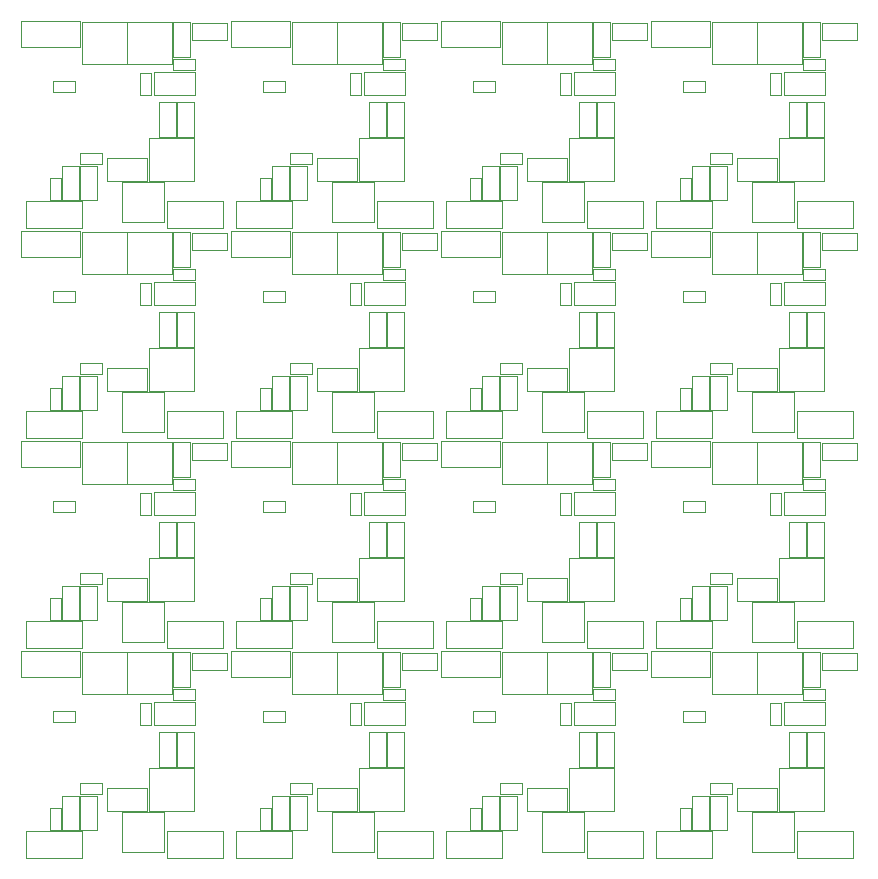
<source format=gbr>
%TF.GenerationSoftware,KiCad,Pcbnew,5.1.8*%
%TF.CreationDate,2020-11-29T15:40:31+01:00*%
%TF.ProjectId,panel,70616e65-6c2e-46b6-9963-61645f706362,rev?*%
%TF.SameCoordinates,Original*%
%TF.FileFunction,Other,User*%
%FSLAX46Y46*%
G04 Gerber Fmt 4.6, Leading zero omitted, Abs format (unit mm)*
G04 Created by KiCad (PCBNEW 5.1.8) date 2020-11-29 15:40:31*
%MOMM*%
%LPD*%
G01*
G04 APERTURE LIST*
%ADD10C,0.050000*%
G04 APERTURE END LIST*
D10*
%TO.C,D1*%
X109912016Y-118688516D02*
X108452016Y-118688516D01*
X108452016Y-118688516D02*
X108452016Y-115728516D01*
X108452016Y-115728516D02*
X109912016Y-115728516D01*
X109912016Y-115728516D02*
X109912016Y-118688516D01*
%TO.C,D2*%
X108388016Y-118688516D02*
X106928016Y-118688516D01*
X106928016Y-118688516D02*
X106928016Y-115728516D01*
X106928016Y-115728516D02*
X108388016Y-115728516D01*
X108388016Y-115728516D02*
X108388016Y-118688516D01*
%TO.C,F1*%
X108459016Y-103530016D02*
X108459016Y-105690016D01*
X108459016Y-105690016D02*
X103499016Y-105690016D01*
X103499016Y-105690016D02*
X103499016Y-103530016D01*
X103499016Y-103530016D02*
X108459016Y-103530016D01*
%TO.C,Q1*%
X112070016Y-120550016D02*
X112070016Y-117150016D01*
X112070016Y-117150016D02*
X115570016Y-117150016D01*
X115570016Y-117150016D02*
X115570016Y-120550016D01*
X115570016Y-120550016D02*
X112070016Y-120550016D01*
%TO.C,R1*%
X110364016Y-114681016D02*
X110364016Y-115621016D01*
X110364016Y-115621016D02*
X108504016Y-115621016D01*
X108504016Y-115621016D02*
X108504016Y-114681016D01*
X108504016Y-114681016D02*
X110364016Y-114681016D01*
%TO.C,R2*%
X114478016Y-109733016D02*
X113538016Y-109733016D01*
X113538016Y-109733016D02*
X113538016Y-107873016D01*
X113538016Y-107873016D02*
X114478016Y-107873016D01*
X114478016Y-107873016D02*
X114478016Y-109733016D01*
%TO.C,R3*%
X106222016Y-109525016D02*
X106222016Y-108585016D01*
X106222016Y-108585016D02*
X108082016Y-108585016D01*
X108082016Y-108585016D02*
X108082016Y-109525016D01*
X108082016Y-109525016D02*
X106222016Y-109525016D01*
%TO.C,R4*%
X106858016Y-118623016D02*
X105918016Y-118623016D01*
X105918016Y-118623016D02*
X105918016Y-116763016D01*
X105918016Y-116763016D02*
X106858016Y-116763016D01*
X106858016Y-116763016D02*
X106858016Y-118623016D01*
%TO.C,R5*%
X118178516Y-106680016D02*
X118178516Y-107620016D01*
X118178516Y-107620016D02*
X116318516Y-107620016D01*
X116318516Y-107620016D02*
X116318516Y-106680016D01*
X116318516Y-106680016D02*
X118178516Y-106680016D01*
%TO.C,U1*%
X114351016Y-113417016D02*
X118151016Y-113417016D01*
X118151016Y-113417016D02*
X118151016Y-117017016D01*
X118151016Y-117017016D02*
X114351016Y-117017016D01*
X114351016Y-117017016D02*
X114351016Y-113417016D01*
%TO.C,U2*%
X116246016Y-103566016D02*
X112446016Y-103566016D01*
X116246016Y-107166016D02*
X116246016Y-103566016D01*
X112446016Y-107166016D02*
X116246016Y-107166016D01*
X112446016Y-103566016D02*
X112446016Y-107166016D01*
%TO.C,U3*%
X112436016Y-103566016D02*
X108636016Y-103566016D01*
X112436016Y-107166016D02*
X112436016Y-103566016D01*
X108636016Y-107166016D02*
X112436016Y-107166016D01*
X108636016Y-103566016D02*
X108636016Y-107166016D01*
%TO.C,D3*%
X108610016Y-121000016D02*
X103910016Y-121000016D01*
X103910016Y-121000016D02*
X103910016Y-118700016D01*
X103910016Y-118700016D02*
X108610016Y-118700016D01*
X108610016Y-121000016D02*
X108610016Y-118700016D01*
%TO.C,D4*%
X120550016Y-121000016D02*
X115850016Y-121000016D01*
X115850016Y-121000016D02*
X115850016Y-118700016D01*
X115850016Y-118700016D02*
X120550016Y-118700016D01*
X120550016Y-121000016D02*
X120550016Y-118700016D01*
%TO.C,C1*%
X114184016Y-115060016D02*
X114184016Y-117020016D01*
X114184016Y-117020016D02*
X110784016Y-117020016D01*
X110784016Y-117020016D02*
X110784016Y-115060016D01*
X110784016Y-115060016D02*
X114184016Y-115060016D01*
%TO.C,C2*%
X114782016Y-109781016D02*
X114782016Y-107821016D01*
X114782016Y-107821016D02*
X118182016Y-107821016D01*
X118182016Y-107821016D02*
X118182016Y-109781016D01*
X118182016Y-109781016D02*
X114782016Y-109781016D01*
%TO.C,C3*%
X116643016Y-113342016D02*
X115183016Y-113342016D01*
X115183016Y-113342016D02*
X115183016Y-110382016D01*
X115183016Y-110382016D02*
X116643016Y-110382016D01*
X116643016Y-110382016D02*
X116643016Y-113342016D01*
%TO.C,C4*%
X118167016Y-113342016D02*
X116707016Y-113342016D01*
X116707016Y-113342016D02*
X116707016Y-110382016D01*
X116707016Y-110382016D02*
X118167016Y-110382016D01*
X118167016Y-110382016D02*
X118167016Y-113342016D01*
%TO.C,C5*%
X117786016Y-106547516D02*
X116326016Y-106547516D01*
X116326016Y-106547516D02*
X116326016Y-103587516D01*
X116326016Y-103587516D02*
X117786016Y-103587516D01*
X117786016Y-103587516D02*
X117786016Y-106547516D01*
%TO.C,R6*%
X117925016Y-105086016D02*
X117925016Y-103626016D01*
X117925016Y-103626016D02*
X120885016Y-103626016D01*
X120885016Y-103626016D02*
X120885016Y-105086016D01*
X120885016Y-105086016D02*
X117925016Y-105086016D01*
%TO.C,D1*%
X92132011Y-118688516D02*
X90672011Y-118688516D01*
X90672011Y-118688516D02*
X90672011Y-115728516D01*
X90672011Y-115728516D02*
X92132011Y-115728516D01*
X92132011Y-115728516D02*
X92132011Y-118688516D01*
%TO.C,D2*%
X90608011Y-118688516D02*
X89148011Y-118688516D01*
X89148011Y-118688516D02*
X89148011Y-115728516D01*
X89148011Y-115728516D02*
X90608011Y-115728516D01*
X90608011Y-115728516D02*
X90608011Y-118688516D01*
%TO.C,F1*%
X90679011Y-103530016D02*
X90679011Y-105690016D01*
X90679011Y-105690016D02*
X85719011Y-105690016D01*
X85719011Y-105690016D02*
X85719011Y-103530016D01*
X85719011Y-103530016D02*
X90679011Y-103530016D01*
%TO.C,Q1*%
X94290011Y-120550016D02*
X94290011Y-117150016D01*
X94290011Y-117150016D02*
X97790011Y-117150016D01*
X97790011Y-117150016D02*
X97790011Y-120550016D01*
X97790011Y-120550016D02*
X94290011Y-120550016D01*
%TO.C,R1*%
X92584011Y-114681016D02*
X92584011Y-115621016D01*
X92584011Y-115621016D02*
X90724011Y-115621016D01*
X90724011Y-115621016D02*
X90724011Y-114681016D01*
X90724011Y-114681016D02*
X92584011Y-114681016D01*
%TO.C,R2*%
X96698011Y-109733016D02*
X95758011Y-109733016D01*
X95758011Y-109733016D02*
X95758011Y-107873016D01*
X95758011Y-107873016D02*
X96698011Y-107873016D01*
X96698011Y-107873016D02*
X96698011Y-109733016D01*
%TO.C,R3*%
X88442011Y-109525016D02*
X88442011Y-108585016D01*
X88442011Y-108585016D02*
X90302011Y-108585016D01*
X90302011Y-108585016D02*
X90302011Y-109525016D01*
X90302011Y-109525016D02*
X88442011Y-109525016D01*
%TO.C,R4*%
X89078011Y-118623016D02*
X88138011Y-118623016D01*
X88138011Y-118623016D02*
X88138011Y-116763016D01*
X88138011Y-116763016D02*
X89078011Y-116763016D01*
X89078011Y-116763016D02*
X89078011Y-118623016D01*
%TO.C,R5*%
X100398511Y-106680016D02*
X100398511Y-107620016D01*
X100398511Y-107620016D02*
X98538511Y-107620016D01*
X98538511Y-107620016D02*
X98538511Y-106680016D01*
X98538511Y-106680016D02*
X100398511Y-106680016D01*
%TO.C,U1*%
X96571011Y-113417016D02*
X100371011Y-113417016D01*
X100371011Y-113417016D02*
X100371011Y-117017016D01*
X100371011Y-117017016D02*
X96571011Y-117017016D01*
X96571011Y-117017016D02*
X96571011Y-113417016D01*
%TO.C,U2*%
X98466011Y-103566016D02*
X94666011Y-103566016D01*
X98466011Y-107166016D02*
X98466011Y-103566016D01*
X94666011Y-107166016D02*
X98466011Y-107166016D01*
X94666011Y-103566016D02*
X94666011Y-107166016D01*
%TO.C,U3*%
X94656011Y-103566016D02*
X90856011Y-103566016D01*
X94656011Y-107166016D02*
X94656011Y-103566016D01*
X90856011Y-107166016D02*
X94656011Y-107166016D01*
X90856011Y-103566016D02*
X90856011Y-107166016D01*
%TO.C,D3*%
X90830011Y-121000016D02*
X86130011Y-121000016D01*
X86130011Y-121000016D02*
X86130011Y-118700016D01*
X86130011Y-118700016D02*
X90830011Y-118700016D01*
X90830011Y-121000016D02*
X90830011Y-118700016D01*
%TO.C,D4*%
X102770011Y-121000016D02*
X98070011Y-121000016D01*
X98070011Y-121000016D02*
X98070011Y-118700016D01*
X98070011Y-118700016D02*
X102770011Y-118700016D01*
X102770011Y-121000016D02*
X102770011Y-118700016D01*
%TO.C,C1*%
X96404011Y-115060016D02*
X96404011Y-117020016D01*
X96404011Y-117020016D02*
X93004011Y-117020016D01*
X93004011Y-117020016D02*
X93004011Y-115060016D01*
X93004011Y-115060016D02*
X96404011Y-115060016D01*
%TO.C,C2*%
X97002011Y-109781016D02*
X97002011Y-107821016D01*
X97002011Y-107821016D02*
X100402011Y-107821016D01*
X100402011Y-107821016D02*
X100402011Y-109781016D01*
X100402011Y-109781016D02*
X97002011Y-109781016D01*
%TO.C,C3*%
X98863011Y-113342016D02*
X97403011Y-113342016D01*
X97403011Y-113342016D02*
X97403011Y-110382016D01*
X97403011Y-110382016D02*
X98863011Y-110382016D01*
X98863011Y-110382016D02*
X98863011Y-113342016D01*
%TO.C,C4*%
X100387011Y-113342016D02*
X98927011Y-113342016D01*
X98927011Y-113342016D02*
X98927011Y-110382016D01*
X98927011Y-110382016D02*
X100387011Y-110382016D01*
X100387011Y-110382016D02*
X100387011Y-113342016D01*
%TO.C,C5*%
X100006011Y-106547516D02*
X98546011Y-106547516D01*
X98546011Y-106547516D02*
X98546011Y-103587516D01*
X98546011Y-103587516D02*
X100006011Y-103587516D01*
X100006011Y-103587516D02*
X100006011Y-106547516D01*
%TO.C,R6*%
X100145011Y-105086016D02*
X100145011Y-103626016D01*
X100145011Y-103626016D02*
X103105011Y-103626016D01*
X103105011Y-103626016D02*
X103105011Y-105086016D01*
X103105011Y-105086016D02*
X100145011Y-105086016D01*
%TO.C,D1*%
X74352006Y-118688516D02*
X72892006Y-118688516D01*
X72892006Y-118688516D02*
X72892006Y-115728516D01*
X72892006Y-115728516D02*
X74352006Y-115728516D01*
X74352006Y-115728516D02*
X74352006Y-118688516D01*
%TO.C,D2*%
X72828006Y-118688516D02*
X71368006Y-118688516D01*
X71368006Y-118688516D02*
X71368006Y-115728516D01*
X71368006Y-115728516D02*
X72828006Y-115728516D01*
X72828006Y-115728516D02*
X72828006Y-118688516D01*
%TO.C,F1*%
X72899006Y-103530016D02*
X72899006Y-105690016D01*
X72899006Y-105690016D02*
X67939006Y-105690016D01*
X67939006Y-105690016D02*
X67939006Y-103530016D01*
X67939006Y-103530016D02*
X72899006Y-103530016D01*
%TO.C,Q1*%
X76510006Y-120550016D02*
X76510006Y-117150016D01*
X76510006Y-117150016D02*
X80010006Y-117150016D01*
X80010006Y-117150016D02*
X80010006Y-120550016D01*
X80010006Y-120550016D02*
X76510006Y-120550016D01*
%TO.C,R1*%
X74804006Y-114681016D02*
X74804006Y-115621016D01*
X74804006Y-115621016D02*
X72944006Y-115621016D01*
X72944006Y-115621016D02*
X72944006Y-114681016D01*
X72944006Y-114681016D02*
X74804006Y-114681016D01*
%TO.C,R2*%
X78918006Y-109733016D02*
X77978006Y-109733016D01*
X77978006Y-109733016D02*
X77978006Y-107873016D01*
X77978006Y-107873016D02*
X78918006Y-107873016D01*
X78918006Y-107873016D02*
X78918006Y-109733016D01*
%TO.C,R3*%
X70662006Y-109525016D02*
X70662006Y-108585016D01*
X70662006Y-108585016D02*
X72522006Y-108585016D01*
X72522006Y-108585016D02*
X72522006Y-109525016D01*
X72522006Y-109525016D02*
X70662006Y-109525016D01*
%TO.C,R4*%
X71298006Y-118623016D02*
X70358006Y-118623016D01*
X70358006Y-118623016D02*
X70358006Y-116763016D01*
X70358006Y-116763016D02*
X71298006Y-116763016D01*
X71298006Y-116763016D02*
X71298006Y-118623016D01*
%TO.C,R5*%
X82618506Y-106680016D02*
X82618506Y-107620016D01*
X82618506Y-107620016D02*
X80758506Y-107620016D01*
X80758506Y-107620016D02*
X80758506Y-106680016D01*
X80758506Y-106680016D02*
X82618506Y-106680016D01*
%TO.C,U1*%
X78791006Y-113417016D02*
X82591006Y-113417016D01*
X82591006Y-113417016D02*
X82591006Y-117017016D01*
X82591006Y-117017016D02*
X78791006Y-117017016D01*
X78791006Y-117017016D02*
X78791006Y-113417016D01*
%TO.C,U2*%
X80686006Y-103566016D02*
X76886006Y-103566016D01*
X80686006Y-107166016D02*
X80686006Y-103566016D01*
X76886006Y-107166016D02*
X80686006Y-107166016D01*
X76886006Y-103566016D02*
X76886006Y-107166016D01*
%TO.C,U3*%
X76876006Y-103566016D02*
X73076006Y-103566016D01*
X76876006Y-107166016D02*
X76876006Y-103566016D01*
X73076006Y-107166016D02*
X76876006Y-107166016D01*
X73076006Y-103566016D02*
X73076006Y-107166016D01*
%TO.C,D3*%
X73050006Y-121000016D02*
X68350006Y-121000016D01*
X68350006Y-121000016D02*
X68350006Y-118700016D01*
X68350006Y-118700016D02*
X73050006Y-118700016D01*
X73050006Y-121000016D02*
X73050006Y-118700016D01*
%TO.C,D4*%
X84990006Y-121000016D02*
X80290006Y-121000016D01*
X80290006Y-121000016D02*
X80290006Y-118700016D01*
X80290006Y-118700016D02*
X84990006Y-118700016D01*
X84990006Y-121000016D02*
X84990006Y-118700016D01*
%TO.C,C1*%
X78624006Y-115060016D02*
X78624006Y-117020016D01*
X78624006Y-117020016D02*
X75224006Y-117020016D01*
X75224006Y-117020016D02*
X75224006Y-115060016D01*
X75224006Y-115060016D02*
X78624006Y-115060016D01*
%TO.C,C2*%
X79222006Y-109781016D02*
X79222006Y-107821016D01*
X79222006Y-107821016D02*
X82622006Y-107821016D01*
X82622006Y-107821016D02*
X82622006Y-109781016D01*
X82622006Y-109781016D02*
X79222006Y-109781016D01*
%TO.C,C3*%
X81083006Y-113342016D02*
X79623006Y-113342016D01*
X79623006Y-113342016D02*
X79623006Y-110382016D01*
X79623006Y-110382016D02*
X81083006Y-110382016D01*
X81083006Y-110382016D02*
X81083006Y-113342016D01*
%TO.C,C4*%
X82607006Y-113342016D02*
X81147006Y-113342016D01*
X81147006Y-113342016D02*
X81147006Y-110382016D01*
X81147006Y-110382016D02*
X82607006Y-110382016D01*
X82607006Y-110382016D02*
X82607006Y-113342016D01*
%TO.C,C5*%
X82226006Y-106547516D02*
X80766006Y-106547516D01*
X80766006Y-106547516D02*
X80766006Y-103587516D01*
X80766006Y-103587516D02*
X82226006Y-103587516D01*
X82226006Y-103587516D02*
X82226006Y-106547516D01*
%TO.C,R6*%
X82365006Y-105086016D02*
X82365006Y-103626016D01*
X82365006Y-103626016D02*
X85325006Y-103626016D01*
X85325006Y-103626016D02*
X85325006Y-105086016D01*
X85325006Y-105086016D02*
X82365006Y-105086016D01*
%TO.C,D1*%
X56572001Y-118688516D02*
X55112001Y-118688516D01*
X55112001Y-118688516D02*
X55112001Y-115728516D01*
X55112001Y-115728516D02*
X56572001Y-115728516D01*
X56572001Y-115728516D02*
X56572001Y-118688516D01*
%TO.C,D2*%
X55048001Y-118688516D02*
X53588001Y-118688516D01*
X53588001Y-118688516D02*
X53588001Y-115728516D01*
X53588001Y-115728516D02*
X55048001Y-115728516D01*
X55048001Y-115728516D02*
X55048001Y-118688516D01*
%TO.C,F1*%
X55119001Y-103530016D02*
X55119001Y-105690016D01*
X55119001Y-105690016D02*
X50159001Y-105690016D01*
X50159001Y-105690016D02*
X50159001Y-103530016D01*
X50159001Y-103530016D02*
X55119001Y-103530016D01*
%TO.C,Q1*%
X58730001Y-120550016D02*
X58730001Y-117150016D01*
X58730001Y-117150016D02*
X62230001Y-117150016D01*
X62230001Y-117150016D02*
X62230001Y-120550016D01*
X62230001Y-120550016D02*
X58730001Y-120550016D01*
%TO.C,R1*%
X57024001Y-114681016D02*
X57024001Y-115621016D01*
X57024001Y-115621016D02*
X55164001Y-115621016D01*
X55164001Y-115621016D02*
X55164001Y-114681016D01*
X55164001Y-114681016D02*
X57024001Y-114681016D01*
%TO.C,R2*%
X61138001Y-109733016D02*
X60198001Y-109733016D01*
X60198001Y-109733016D02*
X60198001Y-107873016D01*
X60198001Y-107873016D02*
X61138001Y-107873016D01*
X61138001Y-107873016D02*
X61138001Y-109733016D01*
%TO.C,R3*%
X52882001Y-109525016D02*
X52882001Y-108585016D01*
X52882001Y-108585016D02*
X54742001Y-108585016D01*
X54742001Y-108585016D02*
X54742001Y-109525016D01*
X54742001Y-109525016D02*
X52882001Y-109525016D01*
%TO.C,R4*%
X53518001Y-118623016D02*
X52578001Y-118623016D01*
X52578001Y-118623016D02*
X52578001Y-116763016D01*
X52578001Y-116763016D02*
X53518001Y-116763016D01*
X53518001Y-116763016D02*
X53518001Y-118623016D01*
%TO.C,R5*%
X64838501Y-106680016D02*
X64838501Y-107620016D01*
X64838501Y-107620016D02*
X62978501Y-107620016D01*
X62978501Y-107620016D02*
X62978501Y-106680016D01*
X62978501Y-106680016D02*
X64838501Y-106680016D01*
%TO.C,U1*%
X61011001Y-113417016D02*
X64811001Y-113417016D01*
X64811001Y-113417016D02*
X64811001Y-117017016D01*
X64811001Y-117017016D02*
X61011001Y-117017016D01*
X61011001Y-117017016D02*
X61011001Y-113417016D01*
%TO.C,U2*%
X62906001Y-103566016D02*
X59106001Y-103566016D01*
X62906001Y-107166016D02*
X62906001Y-103566016D01*
X59106001Y-107166016D02*
X62906001Y-107166016D01*
X59106001Y-103566016D02*
X59106001Y-107166016D01*
%TO.C,U3*%
X59096001Y-103566016D02*
X55296001Y-103566016D01*
X59096001Y-107166016D02*
X59096001Y-103566016D01*
X55296001Y-107166016D02*
X59096001Y-107166016D01*
X55296001Y-103566016D02*
X55296001Y-107166016D01*
%TO.C,D3*%
X55270001Y-121000016D02*
X50570001Y-121000016D01*
X50570001Y-121000016D02*
X50570001Y-118700016D01*
X50570001Y-118700016D02*
X55270001Y-118700016D01*
X55270001Y-121000016D02*
X55270001Y-118700016D01*
%TO.C,D4*%
X67210001Y-121000016D02*
X62510001Y-121000016D01*
X62510001Y-121000016D02*
X62510001Y-118700016D01*
X62510001Y-118700016D02*
X67210001Y-118700016D01*
X67210001Y-121000016D02*
X67210001Y-118700016D01*
%TO.C,C1*%
X60844001Y-115060016D02*
X60844001Y-117020016D01*
X60844001Y-117020016D02*
X57444001Y-117020016D01*
X57444001Y-117020016D02*
X57444001Y-115060016D01*
X57444001Y-115060016D02*
X60844001Y-115060016D01*
%TO.C,C2*%
X61442001Y-109781016D02*
X61442001Y-107821016D01*
X61442001Y-107821016D02*
X64842001Y-107821016D01*
X64842001Y-107821016D02*
X64842001Y-109781016D01*
X64842001Y-109781016D02*
X61442001Y-109781016D01*
%TO.C,C3*%
X63303001Y-113342016D02*
X61843001Y-113342016D01*
X61843001Y-113342016D02*
X61843001Y-110382016D01*
X61843001Y-110382016D02*
X63303001Y-110382016D01*
X63303001Y-110382016D02*
X63303001Y-113342016D01*
%TO.C,C4*%
X64827001Y-113342016D02*
X63367001Y-113342016D01*
X63367001Y-113342016D02*
X63367001Y-110382016D01*
X63367001Y-110382016D02*
X64827001Y-110382016D01*
X64827001Y-110382016D02*
X64827001Y-113342016D01*
%TO.C,C5*%
X64446001Y-106547516D02*
X62986001Y-106547516D01*
X62986001Y-106547516D02*
X62986001Y-103587516D01*
X62986001Y-103587516D02*
X64446001Y-103587516D01*
X64446001Y-103587516D02*
X64446001Y-106547516D01*
%TO.C,R6*%
X64585001Y-105086016D02*
X64585001Y-103626016D01*
X64585001Y-103626016D02*
X67545001Y-103626016D01*
X67545001Y-103626016D02*
X67545001Y-105086016D01*
X67545001Y-105086016D02*
X64585001Y-105086016D01*
%TO.C,D1*%
X109912016Y-100908511D02*
X108452016Y-100908511D01*
X108452016Y-100908511D02*
X108452016Y-97948511D01*
X108452016Y-97948511D02*
X109912016Y-97948511D01*
X109912016Y-97948511D02*
X109912016Y-100908511D01*
%TO.C,D2*%
X108388016Y-100908511D02*
X106928016Y-100908511D01*
X106928016Y-100908511D02*
X106928016Y-97948511D01*
X106928016Y-97948511D02*
X108388016Y-97948511D01*
X108388016Y-97948511D02*
X108388016Y-100908511D01*
%TO.C,F1*%
X108459016Y-85750011D02*
X108459016Y-87910011D01*
X108459016Y-87910011D02*
X103499016Y-87910011D01*
X103499016Y-87910011D02*
X103499016Y-85750011D01*
X103499016Y-85750011D02*
X108459016Y-85750011D01*
%TO.C,Q1*%
X112070016Y-102770011D02*
X112070016Y-99370011D01*
X112070016Y-99370011D02*
X115570016Y-99370011D01*
X115570016Y-99370011D02*
X115570016Y-102770011D01*
X115570016Y-102770011D02*
X112070016Y-102770011D01*
%TO.C,R1*%
X110364016Y-96901011D02*
X110364016Y-97841011D01*
X110364016Y-97841011D02*
X108504016Y-97841011D01*
X108504016Y-97841011D02*
X108504016Y-96901011D01*
X108504016Y-96901011D02*
X110364016Y-96901011D01*
%TO.C,R2*%
X114478016Y-91953011D02*
X113538016Y-91953011D01*
X113538016Y-91953011D02*
X113538016Y-90093011D01*
X113538016Y-90093011D02*
X114478016Y-90093011D01*
X114478016Y-90093011D02*
X114478016Y-91953011D01*
%TO.C,R3*%
X106222016Y-91745011D02*
X106222016Y-90805011D01*
X106222016Y-90805011D02*
X108082016Y-90805011D01*
X108082016Y-90805011D02*
X108082016Y-91745011D01*
X108082016Y-91745011D02*
X106222016Y-91745011D01*
%TO.C,R4*%
X106858016Y-100843011D02*
X105918016Y-100843011D01*
X105918016Y-100843011D02*
X105918016Y-98983011D01*
X105918016Y-98983011D02*
X106858016Y-98983011D01*
X106858016Y-98983011D02*
X106858016Y-100843011D01*
%TO.C,R5*%
X118178516Y-88900011D02*
X118178516Y-89840011D01*
X118178516Y-89840011D02*
X116318516Y-89840011D01*
X116318516Y-89840011D02*
X116318516Y-88900011D01*
X116318516Y-88900011D02*
X118178516Y-88900011D01*
%TO.C,U1*%
X114351016Y-95637011D02*
X118151016Y-95637011D01*
X118151016Y-95637011D02*
X118151016Y-99237011D01*
X118151016Y-99237011D02*
X114351016Y-99237011D01*
X114351016Y-99237011D02*
X114351016Y-95637011D01*
%TO.C,U2*%
X116246016Y-85786011D02*
X112446016Y-85786011D01*
X116246016Y-89386011D02*
X116246016Y-85786011D01*
X112446016Y-89386011D02*
X116246016Y-89386011D01*
X112446016Y-85786011D02*
X112446016Y-89386011D01*
%TO.C,U3*%
X112436016Y-85786011D02*
X108636016Y-85786011D01*
X112436016Y-89386011D02*
X112436016Y-85786011D01*
X108636016Y-89386011D02*
X112436016Y-89386011D01*
X108636016Y-85786011D02*
X108636016Y-89386011D01*
%TO.C,D3*%
X108610016Y-103220011D02*
X103910016Y-103220011D01*
X103910016Y-103220011D02*
X103910016Y-100920011D01*
X103910016Y-100920011D02*
X108610016Y-100920011D01*
X108610016Y-103220011D02*
X108610016Y-100920011D01*
%TO.C,D4*%
X120550016Y-103220011D02*
X115850016Y-103220011D01*
X115850016Y-103220011D02*
X115850016Y-100920011D01*
X115850016Y-100920011D02*
X120550016Y-100920011D01*
X120550016Y-103220011D02*
X120550016Y-100920011D01*
%TO.C,C1*%
X114184016Y-97280011D02*
X114184016Y-99240011D01*
X114184016Y-99240011D02*
X110784016Y-99240011D01*
X110784016Y-99240011D02*
X110784016Y-97280011D01*
X110784016Y-97280011D02*
X114184016Y-97280011D01*
%TO.C,C2*%
X114782016Y-92001011D02*
X114782016Y-90041011D01*
X114782016Y-90041011D02*
X118182016Y-90041011D01*
X118182016Y-90041011D02*
X118182016Y-92001011D01*
X118182016Y-92001011D02*
X114782016Y-92001011D01*
%TO.C,C3*%
X116643016Y-95562011D02*
X115183016Y-95562011D01*
X115183016Y-95562011D02*
X115183016Y-92602011D01*
X115183016Y-92602011D02*
X116643016Y-92602011D01*
X116643016Y-92602011D02*
X116643016Y-95562011D01*
%TO.C,C4*%
X118167016Y-95562011D02*
X116707016Y-95562011D01*
X116707016Y-95562011D02*
X116707016Y-92602011D01*
X116707016Y-92602011D02*
X118167016Y-92602011D01*
X118167016Y-92602011D02*
X118167016Y-95562011D01*
%TO.C,C5*%
X117786016Y-88767511D02*
X116326016Y-88767511D01*
X116326016Y-88767511D02*
X116326016Y-85807511D01*
X116326016Y-85807511D02*
X117786016Y-85807511D01*
X117786016Y-85807511D02*
X117786016Y-88767511D01*
%TO.C,R6*%
X117925016Y-87306011D02*
X117925016Y-85846011D01*
X117925016Y-85846011D02*
X120885016Y-85846011D01*
X120885016Y-85846011D02*
X120885016Y-87306011D01*
X120885016Y-87306011D02*
X117925016Y-87306011D01*
%TO.C,D1*%
X92132011Y-100908511D02*
X90672011Y-100908511D01*
X90672011Y-100908511D02*
X90672011Y-97948511D01*
X90672011Y-97948511D02*
X92132011Y-97948511D01*
X92132011Y-97948511D02*
X92132011Y-100908511D01*
%TO.C,D2*%
X90608011Y-100908511D02*
X89148011Y-100908511D01*
X89148011Y-100908511D02*
X89148011Y-97948511D01*
X89148011Y-97948511D02*
X90608011Y-97948511D01*
X90608011Y-97948511D02*
X90608011Y-100908511D01*
%TO.C,F1*%
X90679011Y-85750011D02*
X90679011Y-87910011D01*
X90679011Y-87910011D02*
X85719011Y-87910011D01*
X85719011Y-87910011D02*
X85719011Y-85750011D01*
X85719011Y-85750011D02*
X90679011Y-85750011D01*
%TO.C,Q1*%
X94290011Y-102770011D02*
X94290011Y-99370011D01*
X94290011Y-99370011D02*
X97790011Y-99370011D01*
X97790011Y-99370011D02*
X97790011Y-102770011D01*
X97790011Y-102770011D02*
X94290011Y-102770011D01*
%TO.C,R1*%
X92584011Y-96901011D02*
X92584011Y-97841011D01*
X92584011Y-97841011D02*
X90724011Y-97841011D01*
X90724011Y-97841011D02*
X90724011Y-96901011D01*
X90724011Y-96901011D02*
X92584011Y-96901011D01*
%TO.C,R2*%
X96698011Y-91953011D02*
X95758011Y-91953011D01*
X95758011Y-91953011D02*
X95758011Y-90093011D01*
X95758011Y-90093011D02*
X96698011Y-90093011D01*
X96698011Y-90093011D02*
X96698011Y-91953011D01*
%TO.C,R3*%
X88442011Y-91745011D02*
X88442011Y-90805011D01*
X88442011Y-90805011D02*
X90302011Y-90805011D01*
X90302011Y-90805011D02*
X90302011Y-91745011D01*
X90302011Y-91745011D02*
X88442011Y-91745011D01*
%TO.C,R4*%
X89078011Y-100843011D02*
X88138011Y-100843011D01*
X88138011Y-100843011D02*
X88138011Y-98983011D01*
X88138011Y-98983011D02*
X89078011Y-98983011D01*
X89078011Y-98983011D02*
X89078011Y-100843011D01*
%TO.C,R5*%
X100398511Y-88900011D02*
X100398511Y-89840011D01*
X100398511Y-89840011D02*
X98538511Y-89840011D01*
X98538511Y-89840011D02*
X98538511Y-88900011D01*
X98538511Y-88900011D02*
X100398511Y-88900011D01*
%TO.C,U1*%
X96571011Y-95637011D02*
X100371011Y-95637011D01*
X100371011Y-95637011D02*
X100371011Y-99237011D01*
X100371011Y-99237011D02*
X96571011Y-99237011D01*
X96571011Y-99237011D02*
X96571011Y-95637011D01*
%TO.C,U2*%
X98466011Y-85786011D02*
X94666011Y-85786011D01*
X98466011Y-89386011D02*
X98466011Y-85786011D01*
X94666011Y-89386011D02*
X98466011Y-89386011D01*
X94666011Y-85786011D02*
X94666011Y-89386011D01*
%TO.C,U3*%
X94656011Y-85786011D02*
X90856011Y-85786011D01*
X94656011Y-89386011D02*
X94656011Y-85786011D01*
X90856011Y-89386011D02*
X94656011Y-89386011D01*
X90856011Y-85786011D02*
X90856011Y-89386011D01*
%TO.C,D3*%
X90830011Y-103220011D02*
X86130011Y-103220011D01*
X86130011Y-103220011D02*
X86130011Y-100920011D01*
X86130011Y-100920011D02*
X90830011Y-100920011D01*
X90830011Y-103220011D02*
X90830011Y-100920011D01*
%TO.C,D4*%
X102770011Y-103220011D02*
X98070011Y-103220011D01*
X98070011Y-103220011D02*
X98070011Y-100920011D01*
X98070011Y-100920011D02*
X102770011Y-100920011D01*
X102770011Y-103220011D02*
X102770011Y-100920011D01*
%TO.C,C1*%
X96404011Y-97280011D02*
X96404011Y-99240011D01*
X96404011Y-99240011D02*
X93004011Y-99240011D01*
X93004011Y-99240011D02*
X93004011Y-97280011D01*
X93004011Y-97280011D02*
X96404011Y-97280011D01*
%TO.C,C2*%
X97002011Y-92001011D02*
X97002011Y-90041011D01*
X97002011Y-90041011D02*
X100402011Y-90041011D01*
X100402011Y-90041011D02*
X100402011Y-92001011D01*
X100402011Y-92001011D02*
X97002011Y-92001011D01*
%TO.C,C3*%
X98863011Y-95562011D02*
X97403011Y-95562011D01*
X97403011Y-95562011D02*
X97403011Y-92602011D01*
X97403011Y-92602011D02*
X98863011Y-92602011D01*
X98863011Y-92602011D02*
X98863011Y-95562011D01*
%TO.C,C4*%
X100387011Y-95562011D02*
X98927011Y-95562011D01*
X98927011Y-95562011D02*
X98927011Y-92602011D01*
X98927011Y-92602011D02*
X100387011Y-92602011D01*
X100387011Y-92602011D02*
X100387011Y-95562011D01*
%TO.C,C5*%
X100006011Y-88767511D02*
X98546011Y-88767511D01*
X98546011Y-88767511D02*
X98546011Y-85807511D01*
X98546011Y-85807511D02*
X100006011Y-85807511D01*
X100006011Y-85807511D02*
X100006011Y-88767511D01*
%TO.C,R6*%
X100145011Y-87306011D02*
X100145011Y-85846011D01*
X100145011Y-85846011D02*
X103105011Y-85846011D01*
X103105011Y-85846011D02*
X103105011Y-87306011D01*
X103105011Y-87306011D02*
X100145011Y-87306011D01*
%TO.C,D1*%
X74352006Y-100908511D02*
X72892006Y-100908511D01*
X72892006Y-100908511D02*
X72892006Y-97948511D01*
X72892006Y-97948511D02*
X74352006Y-97948511D01*
X74352006Y-97948511D02*
X74352006Y-100908511D01*
%TO.C,D2*%
X72828006Y-100908511D02*
X71368006Y-100908511D01*
X71368006Y-100908511D02*
X71368006Y-97948511D01*
X71368006Y-97948511D02*
X72828006Y-97948511D01*
X72828006Y-97948511D02*
X72828006Y-100908511D01*
%TO.C,F1*%
X72899006Y-85750011D02*
X72899006Y-87910011D01*
X72899006Y-87910011D02*
X67939006Y-87910011D01*
X67939006Y-87910011D02*
X67939006Y-85750011D01*
X67939006Y-85750011D02*
X72899006Y-85750011D01*
%TO.C,Q1*%
X76510006Y-102770011D02*
X76510006Y-99370011D01*
X76510006Y-99370011D02*
X80010006Y-99370011D01*
X80010006Y-99370011D02*
X80010006Y-102770011D01*
X80010006Y-102770011D02*
X76510006Y-102770011D01*
%TO.C,R1*%
X74804006Y-96901011D02*
X74804006Y-97841011D01*
X74804006Y-97841011D02*
X72944006Y-97841011D01*
X72944006Y-97841011D02*
X72944006Y-96901011D01*
X72944006Y-96901011D02*
X74804006Y-96901011D01*
%TO.C,R2*%
X78918006Y-91953011D02*
X77978006Y-91953011D01*
X77978006Y-91953011D02*
X77978006Y-90093011D01*
X77978006Y-90093011D02*
X78918006Y-90093011D01*
X78918006Y-90093011D02*
X78918006Y-91953011D01*
%TO.C,R3*%
X70662006Y-91745011D02*
X70662006Y-90805011D01*
X70662006Y-90805011D02*
X72522006Y-90805011D01*
X72522006Y-90805011D02*
X72522006Y-91745011D01*
X72522006Y-91745011D02*
X70662006Y-91745011D01*
%TO.C,R4*%
X71298006Y-100843011D02*
X70358006Y-100843011D01*
X70358006Y-100843011D02*
X70358006Y-98983011D01*
X70358006Y-98983011D02*
X71298006Y-98983011D01*
X71298006Y-98983011D02*
X71298006Y-100843011D01*
%TO.C,R5*%
X82618506Y-88900011D02*
X82618506Y-89840011D01*
X82618506Y-89840011D02*
X80758506Y-89840011D01*
X80758506Y-89840011D02*
X80758506Y-88900011D01*
X80758506Y-88900011D02*
X82618506Y-88900011D01*
%TO.C,U1*%
X78791006Y-95637011D02*
X82591006Y-95637011D01*
X82591006Y-95637011D02*
X82591006Y-99237011D01*
X82591006Y-99237011D02*
X78791006Y-99237011D01*
X78791006Y-99237011D02*
X78791006Y-95637011D01*
%TO.C,U2*%
X80686006Y-85786011D02*
X76886006Y-85786011D01*
X80686006Y-89386011D02*
X80686006Y-85786011D01*
X76886006Y-89386011D02*
X80686006Y-89386011D01*
X76886006Y-85786011D02*
X76886006Y-89386011D01*
%TO.C,U3*%
X76876006Y-85786011D02*
X73076006Y-85786011D01*
X76876006Y-89386011D02*
X76876006Y-85786011D01*
X73076006Y-89386011D02*
X76876006Y-89386011D01*
X73076006Y-85786011D02*
X73076006Y-89386011D01*
%TO.C,D3*%
X73050006Y-103220011D02*
X68350006Y-103220011D01*
X68350006Y-103220011D02*
X68350006Y-100920011D01*
X68350006Y-100920011D02*
X73050006Y-100920011D01*
X73050006Y-103220011D02*
X73050006Y-100920011D01*
%TO.C,D4*%
X84990006Y-103220011D02*
X80290006Y-103220011D01*
X80290006Y-103220011D02*
X80290006Y-100920011D01*
X80290006Y-100920011D02*
X84990006Y-100920011D01*
X84990006Y-103220011D02*
X84990006Y-100920011D01*
%TO.C,C1*%
X78624006Y-97280011D02*
X78624006Y-99240011D01*
X78624006Y-99240011D02*
X75224006Y-99240011D01*
X75224006Y-99240011D02*
X75224006Y-97280011D01*
X75224006Y-97280011D02*
X78624006Y-97280011D01*
%TO.C,C2*%
X79222006Y-92001011D02*
X79222006Y-90041011D01*
X79222006Y-90041011D02*
X82622006Y-90041011D01*
X82622006Y-90041011D02*
X82622006Y-92001011D01*
X82622006Y-92001011D02*
X79222006Y-92001011D01*
%TO.C,C3*%
X81083006Y-95562011D02*
X79623006Y-95562011D01*
X79623006Y-95562011D02*
X79623006Y-92602011D01*
X79623006Y-92602011D02*
X81083006Y-92602011D01*
X81083006Y-92602011D02*
X81083006Y-95562011D01*
%TO.C,C4*%
X82607006Y-95562011D02*
X81147006Y-95562011D01*
X81147006Y-95562011D02*
X81147006Y-92602011D01*
X81147006Y-92602011D02*
X82607006Y-92602011D01*
X82607006Y-92602011D02*
X82607006Y-95562011D01*
%TO.C,C5*%
X82226006Y-88767511D02*
X80766006Y-88767511D01*
X80766006Y-88767511D02*
X80766006Y-85807511D01*
X80766006Y-85807511D02*
X82226006Y-85807511D01*
X82226006Y-85807511D02*
X82226006Y-88767511D01*
%TO.C,R6*%
X82365006Y-87306011D02*
X82365006Y-85846011D01*
X82365006Y-85846011D02*
X85325006Y-85846011D01*
X85325006Y-85846011D02*
X85325006Y-87306011D01*
X85325006Y-87306011D02*
X82365006Y-87306011D01*
%TO.C,D1*%
X56572001Y-100908511D02*
X55112001Y-100908511D01*
X55112001Y-100908511D02*
X55112001Y-97948511D01*
X55112001Y-97948511D02*
X56572001Y-97948511D01*
X56572001Y-97948511D02*
X56572001Y-100908511D01*
%TO.C,D2*%
X55048001Y-100908511D02*
X53588001Y-100908511D01*
X53588001Y-100908511D02*
X53588001Y-97948511D01*
X53588001Y-97948511D02*
X55048001Y-97948511D01*
X55048001Y-97948511D02*
X55048001Y-100908511D01*
%TO.C,F1*%
X55119001Y-85750011D02*
X55119001Y-87910011D01*
X55119001Y-87910011D02*
X50159001Y-87910011D01*
X50159001Y-87910011D02*
X50159001Y-85750011D01*
X50159001Y-85750011D02*
X55119001Y-85750011D01*
%TO.C,Q1*%
X58730001Y-102770011D02*
X58730001Y-99370011D01*
X58730001Y-99370011D02*
X62230001Y-99370011D01*
X62230001Y-99370011D02*
X62230001Y-102770011D01*
X62230001Y-102770011D02*
X58730001Y-102770011D01*
%TO.C,R1*%
X57024001Y-96901011D02*
X57024001Y-97841011D01*
X57024001Y-97841011D02*
X55164001Y-97841011D01*
X55164001Y-97841011D02*
X55164001Y-96901011D01*
X55164001Y-96901011D02*
X57024001Y-96901011D01*
%TO.C,R2*%
X61138001Y-91953011D02*
X60198001Y-91953011D01*
X60198001Y-91953011D02*
X60198001Y-90093011D01*
X60198001Y-90093011D02*
X61138001Y-90093011D01*
X61138001Y-90093011D02*
X61138001Y-91953011D01*
%TO.C,R3*%
X52882001Y-91745011D02*
X52882001Y-90805011D01*
X52882001Y-90805011D02*
X54742001Y-90805011D01*
X54742001Y-90805011D02*
X54742001Y-91745011D01*
X54742001Y-91745011D02*
X52882001Y-91745011D01*
%TO.C,R4*%
X53518001Y-100843011D02*
X52578001Y-100843011D01*
X52578001Y-100843011D02*
X52578001Y-98983011D01*
X52578001Y-98983011D02*
X53518001Y-98983011D01*
X53518001Y-98983011D02*
X53518001Y-100843011D01*
%TO.C,R5*%
X64838501Y-88900011D02*
X64838501Y-89840011D01*
X64838501Y-89840011D02*
X62978501Y-89840011D01*
X62978501Y-89840011D02*
X62978501Y-88900011D01*
X62978501Y-88900011D02*
X64838501Y-88900011D01*
%TO.C,U1*%
X61011001Y-95637011D02*
X64811001Y-95637011D01*
X64811001Y-95637011D02*
X64811001Y-99237011D01*
X64811001Y-99237011D02*
X61011001Y-99237011D01*
X61011001Y-99237011D02*
X61011001Y-95637011D01*
%TO.C,U2*%
X62906001Y-85786011D02*
X59106001Y-85786011D01*
X62906001Y-89386011D02*
X62906001Y-85786011D01*
X59106001Y-89386011D02*
X62906001Y-89386011D01*
X59106001Y-85786011D02*
X59106001Y-89386011D01*
%TO.C,U3*%
X59096001Y-85786011D02*
X55296001Y-85786011D01*
X59096001Y-89386011D02*
X59096001Y-85786011D01*
X55296001Y-89386011D02*
X59096001Y-89386011D01*
X55296001Y-85786011D02*
X55296001Y-89386011D01*
%TO.C,D3*%
X55270001Y-103220011D02*
X50570001Y-103220011D01*
X50570001Y-103220011D02*
X50570001Y-100920011D01*
X50570001Y-100920011D02*
X55270001Y-100920011D01*
X55270001Y-103220011D02*
X55270001Y-100920011D01*
%TO.C,D4*%
X67210001Y-103220011D02*
X62510001Y-103220011D01*
X62510001Y-103220011D02*
X62510001Y-100920011D01*
X62510001Y-100920011D02*
X67210001Y-100920011D01*
X67210001Y-103220011D02*
X67210001Y-100920011D01*
%TO.C,C1*%
X60844001Y-97280011D02*
X60844001Y-99240011D01*
X60844001Y-99240011D02*
X57444001Y-99240011D01*
X57444001Y-99240011D02*
X57444001Y-97280011D01*
X57444001Y-97280011D02*
X60844001Y-97280011D01*
%TO.C,C2*%
X61442001Y-92001011D02*
X61442001Y-90041011D01*
X61442001Y-90041011D02*
X64842001Y-90041011D01*
X64842001Y-90041011D02*
X64842001Y-92001011D01*
X64842001Y-92001011D02*
X61442001Y-92001011D01*
%TO.C,C3*%
X63303001Y-95562011D02*
X61843001Y-95562011D01*
X61843001Y-95562011D02*
X61843001Y-92602011D01*
X61843001Y-92602011D02*
X63303001Y-92602011D01*
X63303001Y-92602011D02*
X63303001Y-95562011D01*
%TO.C,C4*%
X64827001Y-95562011D02*
X63367001Y-95562011D01*
X63367001Y-95562011D02*
X63367001Y-92602011D01*
X63367001Y-92602011D02*
X64827001Y-92602011D01*
X64827001Y-92602011D02*
X64827001Y-95562011D01*
%TO.C,C5*%
X64446001Y-88767511D02*
X62986001Y-88767511D01*
X62986001Y-88767511D02*
X62986001Y-85807511D01*
X62986001Y-85807511D02*
X64446001Y-85807511D01*
X64446001Y-85807511D02*
X64446001Y-88767511D01*
%TO.C,R6*%
X64585001Y-87306011D02*
X64585001Y-85846011D01*
X64585001Y-85846011D02*
X67545001Y-85846011D01*
X67545001Y-85846011D02*
X67545001Y-87306011D01*
X67545001Y-87306011D02*
X64585001Y-87306011D01*
%TO.C,D1*%
X109912016Y-83128506D02*
X108452016Y-83128506D01*
X108452016Y-83128506D02*
X108452016Y-80168506D01*
X108452016Y-80168506D02*
X109912016Y-80168506D01*
X109912016Y-80168506D02*
X109912016Y-83128506D01*
%TO.C,D2*%
X108388016Y-83128506D02*
X106928016Y-83128506D01*
X106928016Y-83128506D02*
X106928016Y-80168506D01*
X106928016Y-80168506D02*
X108388016Y-80168506D01*
X108388016Y-80168506D02*
X108388016Y-83128506D01*
%TO.C,F1*%
X108459016Y-67970006D02*
X108459016Y-70130006D01*
X108459016Y-70130006D02*
X103499016Y-70130006D01*
X103499016Y-70130006D02*
X103499016Y-67970006D01*
X103499016Y-67970006D02*
X108459016Y-67970006D01*
%TO.C,Q1*%
X112070016Y-84990006D02*
X112070016Y-81590006D01*
X112070016Y-81590006D02*
X115570016Y-81590006D01*
X115570016Y-81590006D02*
X115570016Y-84990006D01*
X115570016Y-84990006D02*
X112070016Y-84990006D01*
%TO.C,R1*%
X110364016Y-79121006D02*
X110364016Y-80061006D01*
X110364016Y-80061006D02*
X108504016Y-80061006D01*
X108504016Y-80061006D02*
X108504016Y-79121006D01*
X108504016Y-79121006D02*
X110364016Y-79121006D01*
%TO.C,R2*%
X114478016Y-74173006D02*
X113538016Y-74173006D01*
X113538016Y-74173006D02*
X113538016Y-72313006D01*
X113538016Y-72313006D02*
X114478016Y-72313006D01*
X114478016Y-72313006D02*
X114478016Y-74173006D01*
%TO.C,R3*%
X106222016Y-73965006D02*
X106222016Y-73025006D01*
X106222016Y-73025006D02*
X108082016Y-73025006D01*
X108082016Y-73025006D02*
X108082016Y-73965006D01*
X108082016Y-73965006D02*
X106222016Y-73965006D01*
%TO.C,R4*%
X106858016Y-83063006D02*
X105918016Y-83063006D01*
X105918016Y-83063006D02*
X105918016Y-81203006D01*
X105918016Y-81203006D02*
X106858016Y-81203006D01*
X106858016Y-81203006D02*
X106858016Y-83063006D01*
%TO.C,R5*%
X118178516Y-71120006D02*
X118178516Y-72060006D01*
X118178516Y-72060006D02*
X116318516Y-72060006D01*
X116318516Y-72060006D02*
X116318516Y-71120006D01*
X116318516Y-71120006D02*
X118178516Y-71120006D01*
%TO.C,U1*%
X114351016Y-77857006D02*
X118151016Y-77857006D01*
X118151016Y-77857006D02*
X118151016Y-81457006D01*
X118151016Y-81457006D02*
X114351016Y-81457006D01*
X114351016Y-81457006D02*
X114351016Y-77857006D01*
%TO.C,U2*%
X116246016Y-68006006D02*
X112446016Y-68006006D01*
X116246016Y-71606006D02*
X116246016Y-68006006D01*
X112446016Y-71606006D02*
X116246016Y-71606006D01*
X112446016Y-68006006D02*
X112446016Y-71606006D01*
%TO.C,U3*%
X112436016Y-68006006D02*
X108636016Y-68006006D01*
X112436016Y-71606006D02*
X112436016Y-68006006D01*
X108636016Y-71606006D02*
X112436016Y-71606006D01*
X108636016Y-68006006D02*
X108636016Y-71606006D01*
%TO.C,D3*%
X108610016Y-85440006D02*
X103910016Y-85440006D01*
X103910016Y-85440006D02*
X103910016Y-83140006D01*
X103910016Y-83140006D02*
X108610016Y-83140006D01*
X108610016Y-85440006D02*
X108610016Y-83140006D01*
%TO.C,D4*%
X120550016Y-85440006D02*
X115850016Y-85440006D01*
X115850016Y-85440006D02*
X115850016Y-83140006D01*
X115850016Y-83140006D02*
X120550016Y-83140006D01*
X120550016Y-85440006D02*
X120550016Y-83140006D01*
%TO.C,C1*%
X114184016Y-79500006D02*
X114184016Y-81460006D01*
X114184016Y-81460006D02*
X110784016Y-81460006D01*
X110784016Y-81460006D02*
X110784016Y-79500006D01*
X110784016Y-79500006D02*
X114184016Y-79500006D01*
%TO.C,C2*%
X114782016Y-74221006D02*
X114782016Y-72261006D01*
X114782016Y-72261006D02*
X118182016Y-72261006D01*
X118182016Y-72261006D02*
X118182016Y-74221006D01*
X118182016Y-74221006D02*
X114782016Y-74221006D01*
%TO.C,C3*%
X116643016Y-77782006D02*
X115183016Y-77782006D01*
X115183016Y-77782006D02*
X115183016Y-74822006D01*
X115183016Y-74822006D02*
X116643016Y-74822006D01*
X116643016Y-74822006D02*
X116643016Y-77782006D01*
%TO.C,C4*%
X118167016Y-77782006D02*
X116707016Y-77782006D01*
X116707016Y-77782006D02*
X116707016Y-74822006D01*
X116707016Y-74822006D02*
X118167016Y-74822006D01*
X118167016Y-74822006D02*
X118167016Y-77782006D01*
%TO.C,C5*%
X117786016Y-70987506D02*
X116326016Y-70987506D01*
X116326016Y-70987506D02*
X116326016Y-68027506D01*
X116326016Y-68027506D02*
X117786016Y-68027506D01*
X117786016Y-68027506D02*
X117786016Y-70987506D01*
%TO.C,R6*%
X117925016Y-69526006D02*
X117925016Y-68066006D01*
X117925016Y-68066006D02*
X120885016Y-68066006D01*
X120885016Y-68066006D02*
X120885016Y-69526006D01*
X120885016Y-69526006D02*
X117925016Y-69526006D01*
%TO.C,D1*%
X92132011Y-83128506D02*
X90672011Y-83128506D01*
X90672011Y-83128506D02*
X90672011Y-80168506D01*
X90672011Y-80168506D02*
X92132011Y-80168506D01*
X92132011Y-80168506D02*
X92132011Y-83128506D01*
%TO.C,D2*%
X90608011Y-83128506D02*
X89148011Y-83128506D01*
X89148011Y-83128506D02*
X89148011Y-80168506D01*
X89148011Y-80168506D02*
X90608011Y-80168506D01*
X90608011Y-80168506D02*
X90608011Y-83128506D01*
%TO.C,F1*%
X90679011Y-67970006D02*
X90679011Y-70130006D01*
X90679011Y-70130006D02*
X85719011Y-70130006D01*
X85719011Y-70130006D02*
X85719011Y-67970006D01*
X85719011Y-67970006D02*
X90679011Y-67970006D01*
%TO.C,Q1*%
X94290011Y-84990006D02*
X94290011Y-81590006D01*
X94290011Y-81590006D02*
X97790011Y-81590006D01*
X97790011Y-81590006D02*
X97790011Y-84990006D01*
X97790011Y-84990006D02*
X94290011Y-84990006D01*
%TO.C,R1*%
X92584011Y-79121006D02*
X92584011Y-80061006D01*
X92584011Y-80061006D02*
X90724011Y-80061006D01*
X90724011Y-80061006D02*
X90724011Y-79121006D01*
X90724011Y-79121006D02*
X92584011Y-79121006D01*
%TO.C,R2*%
X96698011Y-74173006D02*
X95758011Y-74173006D01*
X95758011Y-74173006D02*
X95758011Y-72313006D01*
X95758011Y-72313006D02*
X96698011Y-72313006D01*
X96698011Y-72313006D02*
X96698011Y-74173006D01*
%TO.C,R3*%
X88442011Y-73965006D02*
X88442011Y-73025006D01*
X88442011Y-73025006D02*
X90302011Y-73025006D01*
X90302011Y-73025006D02*
X90302011Y-73965006D01*
X90302011Y-73965006D02*
X88442011Y-73965006D01*
%TO.C,R4*%
X89078011Y-83063006D02*
X88138011Y-83063006D01*
X88138011Y-83063006D02*
X88138011Y-81203006D01*
X88138011Y-81203006D02*
X89078011Y-81203006D01*
X89078011Y-81203006D02*
X89078011Y-83063006D01*
%TO.C,R5*%
X100398511Y-71120006D02*
X100398511Y-72060006D01*
X100398511Y-72060006D02*
X98538511Y-72060006D01*
X98538511Y-72060006D02*
X98538511Y-71120006D01*
X98538511Y-71120006D02*
X100398511Y-71120006D01*
%TO.C,U1*%
X96571011Y-77857006D02*
X100371011Y-77857006D01*
X100371011Y-77857006D02*
X100371011Y-81457006D01*
X100371011Y-81457006D02*
X96571011Y-81457006D01*
X96571011Y-81457006D02*
X96571011Y-77857006D01*
%TO.C,U2*%
X98466011Y-68006006D02*
X94666011Y-68006006D01*
X98466011Y-71606006D02*
X98466011Y-68006006D01*
X94666011Y-71606006D02*
X98466011Y-71606006D01*
X94666011Y-68006006D02*
X94666011Y-71606006D01*
%TO.C,U3*%
X94656011Y-68006006D02*
X90856011Y-68006006D01*
X94656011Y-71606006D02*
X94656011Y-68006006D01*
X90856011Y-71606006D02*
X94656011Y-71606006D01*
X90856011Y-68006006D02*
X90856011Y-71606006D01*
%TO.C,D3*%
X90830011Y-85440006D02*
X86130011Y-85440006D01*
X86130011Y-85440006D02*
X86130011Y-83140006D01*
X86130011Y-83140006D02*
X90830011Y-83140006D01*
X90830011Y-85440006D02*
X90830011Y-83140006D01*
%TO.C,D4*%
X102770011Y-85440006D02*
X98070011Y-85440006D01*
X98070011Y-85440006D02*
X98070011Y-83140006D01*
X98070011Y-83140006D02*
X102770011Y-83140006D01*
X102770011Y-85440006D02*
X102770011Y-83140006D01*
%TO.C,C1*%
X96404011Y-79500006D02*
X96404011Y-81460006D01*
X96404011Y-81460006D02*
X93004011Y-81460006D01*
X93004011Y-81460006D02*
X93004011Y-79500006D01*
X93004011Y-79500006D02*
X96404011Y-79500006D01*
%TO.C,C2*%
X97002011Y-74221006D02*
X97002011Y-72261006D01*
X97002011Y-72261006D02*
X100402011Y-72261006D01*
X100402011Y-72261006D02*
X100402011Y-74221006D01*
X100402011Y-74221006D02*
X97002011Y-74221006D01*
%TO.C,C3*%
X98863011Y-77782006D02*
X97403011Y-77782006D01*
X97403011Y-77782006D02*
X97403011Y-74822006D01*
X97403011Y-74822006D02*
X98863011Y-74822006D01*
X98863011Y-74822006D02*
X98863011Y-77782006D01*
%TO.C,C4*%
X100387011Y-77782006D02*
X98927011Y-77782006D01*
X98927011Y-77782006D02*
X98927011Y-74822006D01*
X98927011Y-74822006D02*
X100387011Y-74822006D01*
X100387011Y-74822006D02*
X100387011Y-77782006D01*
%TO.C,C5*%
X100006011Y-70987506D02*
X98546011Y-70987506D01*
X98546011Y-70987506D02*
X98546011Y-68027506D01*
X98546011Y-68027506D02*
X100006011Y-68027506D01*
X100006011Y-68027506D02*
X100006011Y-70987506D01*
%TO.C,R6*%
X100145011Y-69526006D02*
X100145011Y-68066006D01*
X100145011Y-68066006D02*
X103105011Y-68066006D01*
X103105011Y-68066006D02*
X103105011Y-69526006D01*
X103105011Y-69526006D02*
X100145011Y-69526006D01*
%TO.C,D1*%
X74352006Y-83128506D02*
X72892006Y-83128506D01*
X72892006Y-83128506D02*
X72892006Y-80168506D01*
X72892006Y-80168506D02*
X74352006Y-80168506D01*
X74352006Y-80168506D02*
X74352006Y-83128506D01*
%TO.C,D2*%
X72828006Y-83128506D02*
X71368006Y-83128506D01*
X71368006Y-83128506D02*
X71368006Y-80168506D01*
X71368006Y-80168506D02*
X72828006Y-80168506D01*
X72828006Y-80168506D02*
X72828006Y-83128506D01*
%TO.C,F1*%
X72899006Y-67970006D02*
X72899006Y-70130006D01*
X72899006Y-70130006D02*
X67939006Y-70130006D01*
X67939006Y-70130006D02*
X67939006Y-67970006D01*
X67939006Y-67970006D02*
X72899006Y-67970006D01*
%TO.C,Q1*%
X76510006Y-84990006D02*
X76510006Y-81590006D01*
X76510006Y-81590006D02*
X80010006Y-81590006D01*
X80010006Y-81590006D02*
X80010006Y-84990006D01*
X80010006Y-84990006D02*
X76510006Y-84990006D01*
%TO.C,R1*%
X74804006Y-79121006D02*
X74804006Y-80061006D01*
X74804006Y-80061006D02*
X72944006Y-80061006D01*
X72944006Y-80061006D02*
X72944006Y-79121006D01*
X72944006Y-79121006D02*
X74804006Y-79121006D01*
%TO.C,R2*%
X78918006Y-74173006D02*
X77978006Y-74173006D01*
X77978006Y-74173006D02*
X77978006Y-72313006D01*
X77978006Y-72313006D02*
X78918006Y-72313006D01*
X78918006Y-72313006D02*
X78918006Y-74173006D01*
%TO.C,R3*%
X70662006Y-73965006D02*
X70662006Y-73025006D01*
X70662006Y-73025006D02*
X72522006Y-73025006D01*
X72522006Y-73025006D02*
X72522006Y-73965006D01*
X72522006Y-73965006D02*
X70662006Y-73965006D01*
%TO.C,R4*%
X71298006Y-83063006D02*
X70358006Y-83063006D01*
X70358006Y-83063006D02*
X70358006Y-81203006D01*
X70358006Y-81203006D02*
X71298006Y-81203006D01*
X71298006Y-81203006D02*
X71298006Y-83063006D01*
%TO.C,R5*%
X82618506Y-71120006D02*
X82618506Y-72060006D01*
X82618506Y-72060006D02*
X80758506Y-72060006D01*
X80758506Y-72060006D02*
X80758506Y-71120006D01*
X80758506Y-71120006D02*
X82618506Y-71120006D01*
%TO.C,U1*%
X78791006Y-77857006D02*
X82591006Y-77857006D01*
X82591006Y-77857006D02*
X82591006Y-81457006D01*
X82591006Y-81457006D02*
X78791006Y-81457006D01*
X78791006Y-81457006D02*
X78791006Y-77857006D01*
%TO.C,U2*%
X80686006Y-68006006D02*
X76886006Y-68006006D01*
X80686006Y-71606006D02*
X80686006Y-68006006D01*
X76886006Y-71606006D02*
X80686006Y-71606006D01*
X76886006Y-68006006D02*
X76886006Y-71606006D01*
%TO.C,U3*%
X76876006Y-68006006D02*
X73076006Y-68006006D01*
X76876006Y-71606006D02*
X76876006Y-68006006D01*
X73076006Y-71606006D02*
X76876006Y-71606006D01*
X73076006Y-68006006D02*
X73076006Y-71606006D01*
%TO.C,D3*%
X73050006Y-85440006D02*
X68350006Y-85440006D01*
X68350006Y-85440006D02*
X68350006Y-83140006D01*
X68350006Y-83140006D02*
X73050006Y-83140006D01*
X73050006Y-85440006D02*
X73050006Y-83140006D01*
%TO.C,D4*%
X84990006Y-85440006D02*
X80290006Y-85440006D01*
X80290006Y-85440006D02*
X80290006Y-83140006D01*
X80290006Y-83140006D02*
X84990006Y-83140006D01*
X84990006Y-85440006D02*
X84990006Y-83140006D01*
%TO.C,C1*%
X78624006Y-79500006D02*
X78624006Y-81460006D01*
X78624006Y-81460006D02*
X75224006Y-81460006D01*
X75224006Y-81460006D02*
X75224006Y-79500006D01*
X75224006Y-79500006D02*
X78624006Y-79500006D01*
%TO.C,C2*%
X79222006Y-74221006D02*
X79222006Y-72261006D01*
X79222006Y-72261006D02*
X82622006Y-72261006D01*
X82622006Y-72261006D02*
X82622006Y-74221006D01*
X82622006Y-74221006D02*
X79222006Y-74221006D01*
%TO.C,C3*%
X81083006Y-77782006D02*
X79623006Y-77782006D01*
X79623006Y-77782006D02*
X79623006Y-74822006D01*
X79623006Y-74822006D02*
X81083006Y-74822006D01*
X81083006Y-74822006D02*
X81083006Y-77782006D01*
%TO.C,C4*%
X82607006Y-77782006D02*
X81147006Y-77782006D01*
X81147006Y-77782006D02*
X81147006Y-74822006D01*
X81147006Y-74822006D02*
X82607006Y-74822006D01*
X82607006Y-74822006D02*
X82607006Y-77782006D01*
%TO.C,C5*%
X82226006Y-70987506D02*
X80766006Y-70987506D01*
X80766006Y-70987506D02*
X80766006Y-68027506D01*
X80766006Y-68027506D02*
X82226006Y-68027506D01*
X82226006Y-68027506D02*
X82226006Y-70987506D01*
%TO.C,R6*%
X82365006Y-69526006D02*
X82365006Y-68066006D01*
X82365006Y-68066006D02*
X85325006Y-68066006D01*
X85325006Y-68066006D02*
X85325006Y-69526006D01*
X85325006Y-69526006D02*
X82365006Y-69526006D01*
%TO.C,D1*%
X56572001Y-83128506D02*
X55112001Y-83128506D01*
X55112001Y-83128506D02*
X55112001Y-80168506D01*
X55112001Y-80168506D02*
X56572001Y-80168506D01*
X56572001Y-80168506D02*
X56572001Y-83128506D01*
%TO.C,D2*%
X55048001Y-83128506D02*
X53588001Y-83128506D01*
X53588001Y-83128506D02*
X53588001Y-80168506D01*
X53588001Y-80168506D02*
X55048001Y-80168506D01*
X55048001Y-80168506D02*
X55048001Y-83128506D01*
%TO.C,F1*%
X55119001Y-67970006D02*
X55119001Y-70130006D01*
X55119001Y-70130006D02*
X50159001Y-70130006D01*
X50159001Y-70130006D02*
X50159001Y-67970006D01*
X50159001Y-67970006D02*
X55119001Y-67970006D01*
%TO.C,Q1*%
X58730001Y-84990006D02*
X58730001Y-81590006D01*
X58730001Y-81590006D02*
X62230001Y-81590006D01*
X62230001Y-81590006D02*
X62230001Y-84990006D01*
X62230001Y-84990006D02*
X58730001Y-84990006D01*
%TO.C,R1*%
X57024001Y-79121006D02*
X57024001Y-80061006D01*
X57024001Y-80061006D02*
X55164001Y-80061006D01*
X55164001Y-80061006D02*
X55164001Y-79121006D01*
X55164001Y-79121006D02*
X57024001Y-79121006D01*
%TO.C,R2*%
X61138001Y-74173006D02*
X60198001Y-74173006D01*
X60198001Y-74173006D02*
X60198001Y-72313006D01*
X60198001Y-72313006D02*
X61138001Y-72313006D01*
X61138001Y-72313006D02*
X61138001Y-74173006D01*
%TO.C,R3*%
X52882001Y-73965006D02*
X52882001Y-73025006D01*
X52882001Y-73025006D02*
X54742001Y-73025006D01*
X54742001Y-73025006D02*
X54742001Y-73965006D01*
X54742001Y-73965006D02*
X52882001Y-73965006D01*
%TO.C,R4*%
X53518001Y-83063006D02*
X52578001Y-83063006D01*
X52578001Y-83063006D02*
X52578001Y-81203006D01*
X52578001Y-81203006D02*
X53518001Y-81203006D01*
X53518001Y-81203006D02*
X53518001Y-83063006D01*
%TO.C,R5*%
X64838501Y-71120006D02*
X64838501Y-72060006D01*
X64838501Y-72060006D02*
X62978501Y-72060006D01*
X62978501Y-72060006D02*
X62978501Y-71120006D01*
X62978501Y-71120006D02*
X64838501Y-71120006D01*
%TO.C,U1*%
X61011001Y-77857006D02*
X64811001Y-77857006D01*
X64811001Y-77857006D02*
X64811001Y-81457006D01*
X64811001Y-81457006D02*
X61011001Y-81457006D01*
X61011001Y-81457006D02*
X61011001Y-77857006D01*
%TO.C,U2*%
X62906001Y-68006006D02*
X59106001Y-68006006D01*
X62906001Y-71606006D02*
X62906001Y-68006006D01*
X59106001Y-71606006D02*
X62906001Y-71606006D01*
X59106001Y-68006006D02*
X59106001Y-71606006D01*
%TO.C,U3*%
X59096001Y-68006006D02*
X55296001Y-68006006D01*
X59096001Y-71606006D02*
X59096001Y-68006006D01*
X55296001Y-71606006D02*
X59096001Y-71606006D01*
X55296001Y-68006006D02*
X55296001Y-71606006D01*
%TO.C,D3*%
X55270001Y-85440006D02*
X50570001Y-85440006D01*
X50570001Y-85440006D02*
X50570001Y-83140006D01*
X50570001Y-83140006D02*
X55270001Y-83140006D01*
X55270001Y-85440006D02*
X55270001Y-83140006D01*
%TO.C,D4*%
X67210001Y-85440006D02*
X62510001Y-85440006D01*
X62510001Y-85440006D02*
X62510001Y-83140006D01*
X62510001Y-83140006D02*
X67210001Y-83140006D01*
X67210001Y-85440006D02*
X67210001Y-83140006D01*
%TO.C,C1*%
X60844001Y-79500006D02*
X60844001Y-81460006D01*
X60844001Y-81460006D02*
X57444001Y-81460006D01*
X57444001Y-81460006D02*
X57444001Y-79500006D01*
X57444001Y-79500006D02*
X60844001Y-79500006D01*
%TO.C,C2*%
X61442001Y-74221006D02*
X61442001Y-72261006D01*
X61442001Y-72261006D02*
X64842001Y-72261006D01*
X64842001Y-72261006D02*
X64842001Y-74221006D01*
X64842001Y-74221006D02*
X61442001Y-74221006D01*
%TO.C,C3*%
X63303001Y-77782006D02*
X61843001Y-77782006D01*
X61843001Y-77782006D02*
X61843001Y-74822006D01*
X61843001Y-74822006D02*
X63303001Y-74822006D01*
X63303001Y-74822006D02*
X63303001Y-77782006D01*
%TO.C,C4*%
X64827001Y-77782006D02*
X63367001Y-77782006D01*
X63367001Y-77782006D02*
X63367001Y-74822006D01*
X63367001Y-74822006D02*
X64827001Y-74822006D01*
X64827001Y-74822006D02*
X64827001Y-77782006D01*
%TO.C,C5*%
X64446001Y-70987506D02*
X62986001Y-70987506D01*
X62986001Y-70987506D02*
X62986001Y-68027506D01*
X62986001Y-68027506D02*
X64446001Y-68027506D01*
X64446001Y-68027506D02*
X64446001Y-70987506D01*
%TO.C,R6*%
X64585001Y-69526006D02*
X64585001Y-68066006D01*
X64585001Y-68066006D02*
X67545001Y-68066006D01*
X67545001Y-68066006D02*
X67545001Y-69526006D01*
X67545001Y-69526006D02*
X64585001Y-69526006D01*
%TO.C,D1*%
X109912016Y-65348501D02*
X108452016Y-65348501D01*
X108452016Y-65348501D02*
X108452016Y-62388501D01*
X108452016Y-62388501D02*
X109912016Y-62388501D01*
X109912016Y-62388501D02*
X109912016Y-65348501D01*
%TO.C,D2*%
X108388016Y-65348501D02*
X106928016Y-65348501D01*
X106928016Y-65348501D02*
X106928016Y-62388501D01*
X106928016Y-62388501D02*
X108388016Y-62388501D01*
X108388016Y-62388501D02*
X108388016Y-65348501D01*
%TO.C,F1*%
X108459016Y-50190001D02*
X108459016Y-52350001D01*
X108459016Y-52350001D02*
X103499016Y-52350001D01*
X103499016Y-52350001D02*
X103499016Y-50190001D01*
X103499016Y-50190001D02*
X108459016Y-50190001D01*
%TO.C,Q1*%
X112070016Y-67210001D02*
X112070016Y-63810001D01*
X112070016Y-63810001D02*
X115570016Y-63810001D01*
X115570016Y-63810001D02*
X115570016Y-67210001D01*
X115570016Y-67210001D02*
X112070016Y-67210001D01*
%TO.C,R1*%
X110364016Y-61341001D02*
X110364016Y-62281001D01*
X110364016Y-62281001D02*
X108504016Y-62281001D01*
X108504016Y-62281001D02*
X108504016Y-61341001D01*
X108504016Y-61341001D02*
X110364016Y-61341001D01*
%TO.C,R2*%
X114478016Y-56393001D02*
X113538016Y-56393001D01*
X113538016Y-56393001D02*
X113538016Y-54533001D01*
X113538016Y-54533001D02*
X114478016Y-54533001D01*
X114478016Y-54533001D02*
X114478016Y-56393001D01*
%TO.C,R3*%
X106222016Y-56185001D02*
X106222016Y-55245001D01*
X106222016Y-55245001D02*
X108082016Y-55245001D01*
X108082016Y-55245001D02*
X108082016Y-56185001D01*
X108082016Y-56185001D02*
X106222016Y-56185001D01*
%TO.C,R4*%
X106858016Y-65283001D02*
X105918016Y-65283001D01*
X105918016Y-65283001D02*
X105918016Y-63423001D01*
X105918016Y-63423001D02*
X106858016Y-63423001D01*
X106858016Y-63423001D02*
X106858016Y-65283001D01*
%TO.C,R5*%
X118178516Y-53340001D02*
X118178516Y-54280001D01*
X118178516Y-54280001D02*
X116318516Y-54280001D01*
X116318516Y-54280001D02*
X116318516Y-53340001D01*
X116318516Y-53340001D02*
X118178516Y-53340001D01*
%TO.C,U1*%
X114351016Y-60077001D02*
X118151016Y-60077001D01*
X118151016Y-60077001D02*
X118151016Y-63677001D01*
X118151016Y-63677001D02*
X114351016Y-63677001D01*
X114351016Y-63677001D02*
X114351016Y-60077001D01*
%TO.C,U2*%
X116246016Y-50226001D02*
X112446016Y-50226001D01*
X116246016Y-53826001D02*
X116246016Y-50226001D01*
X112446016Y-53826001D02*
X116246016Y-53826001D01*
X112446016Y-50226001D02*
X112446016Y-53826001D01*
%TO.C,U3*%
X112436016Y-50226001D02*
X108636016Y-50226001D01*
X112436016Y-53826001D02*
X112436016Y-50226001D01*
X108636016Y-53826001D02*
X112436016Y-53826001D01*
X108636016Y-50226001D02*
X108636016Y-53826001D01*
%TO.C,D3*%
X108610016Y-67660001D02*
X103910016Y-67660001D01*
X103910016Y-67660001D02*
X103910016Y-65360001D01*
X103910016Y-65360001D02*
X108610016Y-65360001D01*
X108610016Y-67660001D02*
X108610016Y-65360001D01*
%TO.C,D4*%
X120550016Y-67660001D02*
X115850016Y-67660001D01*
X115850016Y-67660001D02*
X115850016Y-65360001D01*
X115850016Y-65360001D02*
X120550016Y-65360001D01*
X120550016Y-67660001D02*
X120550016Y-65360001D01*
%TO.C,C1*%
X114184016Y-61720001D02*
X114184016Y-63680001D01*
X114184016Y-63680001D02*
X110784016Y-63680001D01*
X110784016Y-63680001D02*
X110784016Y-61720001D01*
X110784016Y-61720001D02*
X114184016Y-61720001D01*
%TO.C,C2*%
X114782016Y-56441001D02*
X114782016Y-54481001D01*
X114782016Y-54481001D02*
X118182016Y-54481001D01*
X118182016Y-54481001D02*
X118182016Y-56441001D01*
X118182016Y-56441001D02*
X114782016Y-56441001D01*
%TO.C,C3*%
X116643016Y-60002001D02*
X115183016Y-60002001D01*
X115183016Y-60002001D02*
X115183016Y-57042001D01*
X115183016Y-57042001D02*
X116643016Y-57042001D01*
X116643016Y-57042001D02*
X116643016Y-60002001D01*
%TO.C,C4*%
X118167016Y-60002001D02*
X116707016Y-60002001D01*
X116707016Y-60002001D02*
X116707016Y-57042001D01*
X116707016Y-57042001D02*
X118167016Y-57042001D01*
X118167016Y-57042001D02*
X118167016Y-60002001D01*
%TO.C,C5*%
X117786016Y-53207501D02*
X116326016Y-53207501D01*
X116326016Y-53207501D02*
X116326016Y-50247501D01*
X116326016Y-50247501D02*
X117786016Y-50247501D01*
X117786016Y-50247501D02*
X117786016Y-53207501D01*
%TO.C,R6*%
X117925016Y-51746001D02*
X117925016Y-50286001D01*
X117925016Y-50286001D02*
X120885016Y-50286001D01*
X120885016Y-50286001D02*
X120885016Y-51746001D01*
X120885016Y-51746001D02*
X117925016Y-51746001D01*
%TO.C,D1*%
X92132011Y-65348501D02*
X90672011Y-65348501D01*
X90672011Y-65348501D02*
X90672011Y-62388501D01*
X90672011Y-62388501D02*
X92132011Y-62388501D01*
X92132011Y-62388501D02*
X92132011Y-65348501D01*
%TO.C,D2*%
X90608011Y-65348501D02*
X89148011Y-65348501D01*
X89148011Y-65348501D02*
X89148011Y-62388501D01*
X89148011Y-62388501D02*
X90608011Y-62388501D01*
X90608011Y-62388501D02*
X90608011Y-65348501D01*
%TO.C,F1*%
X90679011Y-50190001D02*
X90679011Y-52350001D01*
X90679011Y-52350001D02*
X85719011Y-52350001D01*
X85719011Y-52350001D02*
X85719011Y-50190001D01*
X85719011Y-50190001D02*
X90679011Y-50190001D01*
%TO.C,Q1*%
X94290011Y-67210001D02*
X94290011Y-63810001D01*
X94290011Y-63810001D02*
X97790011Y-63810001D01*
X97790011Y-63810001D02*
X97790011Y-67210001D01*
X97790011Y-67210001D02*
X94290011Y-67210001D01*
%TO.C,R1*%
X92584011Y-61341001D02*
X92584011Y-62281001D01*
X92584011Y-62281001D02*
X90724011Y-62281001D01*
X90724011Y-62281001D02*
X90724011Y-61341001D01*
X90724011Y-61341001D02*
X92584011Y-61341001D01*
%TO.C,R2*%
X96698011Y-56393001D02*
X95758011Y-56393001D01*
X95758011Y-56393001D02*
X95758011Y-54533001D01*
X95758011Y-54533001D02*
X96698011Y-54533001D01*
X96698011Y-54533001D02*
X96698011Y-56393001D01*
%TO.C,R3*%
X88442011Y-56185001D02*
X88442011Y-55245001D01*
X88442011Y-55245001D02*
X90302011Y-55245001D01*
X90302011Y-55245001D02*
X90302011Y-56185001D01*
X90302011Y-56185001D02*
X88442011Y-56185001D01*
%TO.C,R4*%
X89078011Y-65283001D02*
X88138011Y-65283001D01*
X88138011Y-65283001D02*
X88138011Y-63423001D01*
X88138011Y-63423001D02*
X89078011Y-63423001D01*
X89078011Y-63423001D02*
X89078011Y-65283001D01*
%TO.C,R5*%
X100398511Y-53340001D02*
X100398511Y-54280001D01*
X100398511Y-54280001D02*
X98538511Y-54280001D01*
X98538511Y-54280001D02*
X98538511Y-53340001D01*
X98538511Y-53340001D02*
X100398511Y-53340001D01*
%TO.C,U1*%
X96571011Y-60077001D02*
X100371011Y-60077001D01*
X100371011Y-60077001D02*
X100371011Y-63677001D01*
X100371011Y-63677001D02*
X96571011Y-63677001D01*
X96571011Y-63677001D02*
X96571011Y-60077001D01*
%TO.C,U2*%
X98466011Y-50226001D02*
X94666011Y-50226001D01*
X98466011Y-53826001D02*
X98466011Y-50226001D01*
X94666011Y-53826001D02*
X98466011Y-53826001D01*
X94666011Y-50226001D02*
X94666011Y-53826001D01*
%TO.C,U3*%
X94656011Y-50226001D02*
X90856011Y-50226001D01*
X94656011Y-53826001D02*
X94656011Y-50226001D01*
X90856011Y-53826001D02*
X94656011Y-53826001D01*
X90856011Y-50226001D02*
X90856011Y-53826001D01*
%TO.C,D3*%
X90830011Y-67660001D02*
X86130011Y-67660001D01*
X86130011Y-67660001D02*
X86130011Y-65360001D01*
X86130011Y-65360001D02*
X90830011Y-65360001D01*
X90830011Y-67660001D02*
X90830011Y-65360001D01*
%TO.C,D4*%
X102770011Y-67660001D02*
X98070011Y-67660001D01*
X98070011Y-67660001D02*
X98070011Y-65360001D01*
X98070011Y-65360001D02*
X102770011Y-65360001D01*
X102770011Y-67660001D02*
X102770011Y-65360001D01*
%TO.C,C1*%
X96404011Y-61720001D02*
X96404011Y-63680001D01*
X96404011Y-63680001D02*
X93004011Y-63680001D01*
X93004011Y-63680001D02*
X93004011Y-61720001D01*
X93004011Y-61720001D02*
X96404011Y-61720001D01*
%TO.C,C2*%
X97002011Y-56441001D02*
X97002011Y-54481001D01*
X97002011Y-54481001D02*
X100402011Y-54481001D01*
X100402011Y-54481001D02*
X100402011Y-56441001D01*
X100402011Y-56441001D02*
X97002011Y-56441001D01*
%TO.C,C3*%
X98863011Y-60002001D02*
X97403011Y-60002001D01*
X97403011Y-60002001D02*
X97403011Y-57042001D01*
X97403011Y-57042001D02*
X98863011Y-57042001D01*
X98863011Y-57042001D02*
X98863011Y-60002001D01*
%TO.C,C4*%
X100387011Y-60002001D02*
X98927011Y-60002001D01*
X98927011Y-60002001D02*
X98927011Y-57042001D01*
X98927011Y-57042001D02*
X100387011Y-57042001D01*
X100387011Y-57042001D02*
X100387011Y-60002001D01*
%TO.C,C5*%
X100006011Y-53207501D02*
X98546011Y-53207501D01*
X98546011Y-53207501D02*
X98546011Y-50247501D01*
X98546011Y-50247501D02*
X100006011Y-50247501D01*
X100006011Y-50247501D02*
X100006011Y-53207501D01*
%TO.C,R6*%
X100145011Y-51746001D02*
X100145011Y-50286001D01*
X100145011Y-50286001D02*
X103105011Y-50286001D01*
X103105011Y-50286001D02*
X103105011Y-51746001D01*
X103105011Y-51746001D02*
X100145011Y-51746001D01*
%TO.C,D1*%
X74352006Y-65348501D02*
X72892006Y-65348501D01*
X72892006Y-65348501D02*
X72892006Y-62388501D01*
X72892006Y-62388501D02*
X74352006Y-62388501D01*
X74352006Y-62388501D02*
X74352006Y-65348501D01*
%TO.C,D2*%
X72828006Y-65348501D02*
X71368006Y-65348501D01*
X71368006Y-65348501D02*
X71368006Y-62388501D01*
X71368006Y-62388501D02*
X72828006Y-62388501D01*
X72828006Y-62388501D02*
X72828006Y-65348501D01*
%TO.C,F1*%
X72899006Y-50190001D02*
X72899006Y-52350001D01*
X72899006Y-52350001D02*
X67939006Y-52350001D01*
X67939006Y-52350001D02*
X67939006Y-50190001D01*
X67939006Y-50190001D02*
X72899006Y-50190001D01*
%TO.C,Q1*%
X76510006Y-67210001D02*
X76510006Y-63810001D01*
X76510006Y-63810001D02*
X80010006Y-63810001D01*
X80010006Y-63810001D02*
X80010006Y-67210001D01*
X80010006Y-67210001D02*
X76510006Y-67210001D01*
%TO.C,R1*%
X74804006Y-61341001D02*
X74804006Y-62281001D01*
X74804006Y-62281001D02*
X72944006Y-62281001D01*
X72944006Y-62281001D02*
X72944006Y-61341001D01*
X72944006Y-61341001D02*
X74804006Y-61341001D01*
%TO.C,R2*%
X78918006Y-56393001D02*
X77978006Y-56393001D01*
X77978006Y-56393001D02*
X77978006Y-54533001D01*
X77978006Y-54533001D02*
X78918006Y-54533001D01*
X78918006Y-54533001D02*
X78918006Y-56393001D01*
%TO.C,R3*%
X70662006Y-56185001D02*
X70662006Y-55245001D01*
X70662006Y-55245001D02*
X72522006Y-55245001D01*
X72522006Y-55245001D02*
X72522006Y-56185001D01*
X72522006Y-56185001D02*
X70662006Y-56185001D01*
%TO.C,R4*%
X71298006Y-65283001D02*
X70358006Y-65283001D01*
X70358006Y-65283001D02*
X70358006Y-63423001D01*
X70358006Y-63423001D02*
X71298006Y-63423001D01*
X71298006Y-63423001D02*
X71298006Y-65283001D01*
%TO.C,R5*%
X82618506Y-53340001D02*
X82618506Y-54280001D01*
X82618506Y-54280001D02*
X80758506Y-54280001D01*
X80758506Y-54280001D02*
X80758506Y-53340001D01*
X80758506Y-53340001D02*
X82618506Y-53340001D01*
%TO.C,U1*%
X78791006Y-60077001D02*
X82591006Y-60077001D01*
X82591006Y-60077001D02*
X82591006Y-63677001D01*
X82591006Y-63677001D02*
X78791006Y-63677001D01*
X78791006Y-63677001D02*
X78791006Y-60077001D01*
%TO.C,U2*%
X80686006Y-50226001D02*
X76886006Y-50226001D01*
X80686006Y-53826001D02*
X80686006Y-50226001D01*
X76886006Y-53826001D02*
X80686006Y-53826001D01*
X76886006Y-50226001D02*
X76886006Y-53826001D01*
%TO.C,U3*%
X76876006Y-50226001D02*
X73076006Y-50226001D01*
X76876006Y-53826001D02*
X76876006Y-50226001D01*
X73076006Y-53826001D02*
X76876006Y-53826001D01*
X73076006Y-50226001D02*
X73076006Y-53826001D01*
%TO.C,D3*%
X73050006Y-67660001D02*
X68350006Y-67660001D01*
X68350006Y-67660001D02*
X68350006Y-65360001D01*
X68350006Y-65360001D02*
X73050006Y-65360001D01*
X73050006Y-67660001D02*
X73050006Y-65360001D01*
%TO.C,D4*%
X84990006Y-67660001D02*
X80290006Y-67660001D01*
X80290006Y-67660001D02*
X80290006Y-65360001D01*
X80290006Y-65360001D02*
X84990006Y-65360001D01*
X84990006Y-67660001D02*
X84990006Y-65360001D01*
%TO.C,C1*%
X78624006Y-61720001D02*
X78624006Y-63680001D01*
X78624006Y-63680001D02*
X75224006Y-63680001D01*
X75224006Y-63680001D02*
X75224006Y-61720001D01*
X75224006Y-61720001D02*
X78624006Y-61720001D01*
%TO.C,C2*%
X79222006Y-56441001D02*
X79222006Y-54481001D01*
X79222006Y-54481001D02*
X82622006Y-54481001D01*
X82622006Y-54481001D02*
X82622006Y-56441001D01*
X82622006Y-56441001D02*
X79222006Y-56441001D01*
%TO.C,C3*%
X81083006Y-60002001D02*
X79623006Y-60002001D01*
X79623006Y-60002001D02*
X79623006Y-57042001D01*
X79623006Y-57042001D02*
X81083006Y-57042001D01*
X81083006Y-57042001D02*
X81083006Y-60002001D01*
%TO.C,C4*%
X82607006Y-60002001D02*
X81147006Y-60002001D01*
X81147006Y-60002001D02*
X81147006Y-57042001D01*
X81147006Y-57042001D02*
X82607006Y-57042001D01*
X82607006Y-57042001D02*
X82607006Y-60002001D01*
%TO.C,C5*%
X82226006Y-53207501D02*
X80766006Y-53207501D01*
X80766006Y-53207501D02*
X80766006Y-50247501D01*
X80766006Y-50247501D02*
X82226006Y-50247501D01*
X82226006Y-50247501D02*
X82226006Y-53207501D01*
%TO.C,R6*%
X82365006Y-51746001D02*
X82365006Y-50286001D01*
X82365006Y-50286001D02*
X85325006Y-50286001D01*
X85325006Y-50286001D02*
X85325006Y-51746001D01*
X85325006Y-51746001D02*
X82365006Y-51746001D01*
%TO.C,D1*%
X56572001Y-65348501D02*
X55112001Y-65348501D01*
X55112001Y-65348501D02*
X55112001Y-62388501D01*
X55112001Y-62388501D02*
X56572001Y-62388501D01*
X56572001Y-62388501D02*
X56572001Y-65348501D01*
%TO.C,D2*%
X55048001Y-65348501D02*
X53588001Y-65348501D01*
X53588001Y-65348501D02*
X53588001Y-62388501D01*
X53588001Y-62388501D02*
X55048001Y-62388501D01*
X55048001Y-62388501D02*
X55048001Y-65348501D01*
%TO.C,F1*%
X55119001Y-50190001D02*
X55119001Y-52350001D01*
X55119001Y-52350001D02*
X50159001Y-52350001D01*
X50159001Y-52350001D02*
X50159001Y-50190001D01*
X50159001Y-50190001D02*
X55119001Y-50190001D01*
%TO.C,Q1*%
X58730001Y-67210001D02*
X58730001Y-63810001D01*
X58730001Y-63810001D02*
X62230001Y-63810001D01*
X62230001Y-63810001D02*
X62230001Y-67210001D01*
X62230001Y-67210001D02*
X58730001Y-67210001D01*
%TO.C,R1*%
X57024001Y-61341001D02*
X57024001Y-62281001D01*
X57024001Y-62281001D02*
X55164001Y-62281001D01*
X55164001Y-62281001D02*
X55164001Y-61341001D01*
X55164001Y-61341001D02*
X57024001Y-61341001D01*
%TO.C,R2*%
X61138001Y-56393001D02*
X60198001Y-56393001D01*
X60198001Y-56393001D02*
X60198001Y-54533001D01*
X60198001Y-54533001D02*
X61138001Y-54533001D01*
X61138001Y-54533001D02*
X61138001Y-56393001D01*
%TO.C,R3*%
X52882001Y-56185001D02*
X52882001Y-55245001D01*
X52882001Y-55245001D02*
X54742001Y-55245001D01*
X54742001Y-55245001D02*
X54742001Y-56185001D01*
X54742001Y-56185001D02*
X52882001Y-56185001D01*
%TO.C,R4*%
X53518001Y-65283001D02*
X52578001Y-65283001D01*
X52578001Y-65283001D02*
X52578001Y-63423001D01*
X52578001Y-63423001D02*
X53518001Y-63423001D01*
X53518001Y-63423001D02*
X53518001Y-65283001D01*
%TO.C,R5*%
X64838501Y-53340001D02*
X64838501Y-54280001D01*
X64838501Y-54280001D02*
X62978501Y-54280001D01*
X62978501Y-54280001D02*
X62978501Y-53340001D01*
X62978501Y-53340001D02*
X64838501Y-53340001D01*
%TO.C,U1*%
X61011001Y-60077001D02*
X64811001Y-60077001D01*
X64811001Y-60077001D02*
X64811001Y-63677001D01*
X64811001Y-63677001D02*
X61011001Y-63677001D01*
X61011001Y-63677001D02*
X61011001Y-60077001D01*
%TO.C,U2*%
X62906001Y-50226001D02*
X59106001Y-50226001D01*
X62906001Y-53826001D02*
X62906001Y-50226001D01*
X59106001Y-53826001D02*
X62906001Y-53826001D01*
X59106001Y-50226001D02*
X59106001Y-53826001D01*
%TO.C,U3*%
X59096001Y-50226001D02*
X55296001Y-50226001D01*
X59096001Y-53826001D02*
X59096001Y-50226001D01*
X55296001Y-53826001D02*
X59096001Y-53826001D01*
X55296001Y-50226001D02*
X55296001Y-53826001D01*
%TO.C,D3*%
X55270001Y-67660001D02*
X50570001Y-67660001D01*
X50570001Y-67660001D02*
X50570001Y-65360001D01*
X50570001Y-65360001D02*
X55270001Y-65360001D01*
X55270001Y-67660001D02*
X55270001Y-65360001D01*
%TO.C,D4*%
X67210001Y-67660001D02*
X62510001Y-67660001D01*
X62510001Y-67660001D02*
X62510001Y-65360001D01*
X62510001Y-65360001D02*
X67210001Y-65360001D01*
X67210001Y-67660001D02*
X67210001Y-65360001D01*
%TO.C,C1*%
X60844001Y-61720001D02*
X60844001Y-63680001D01*
X60844001Y-63680001D02*
X57444001Y-63680001D01*
X57444001Y-63680001D02*
X57444001Y-61720001D01*
X57444001Y-61720001D02*
X60844001Y-61720001D01*
%TO.C,C2*%
X61442001Y-56441001D02*
X61442001Y-54481001D01*
X61442001Y-54481001D02*
X64842001Y-54481001D01*
X64842001Y-54481001D02*
X64842001Y-56441001D01*
X64842001Y-56441001D02*
X61442001Y-56441001D01*
%TO.C,C3*%
X63303001Y-60002001D02*
X61843001Y-60002001D01*
X61843001Y-60002001D02*
X61843001Y-57042001D01*
X61843001Y-57042001D02*
X63303001Y-57042001D01*
X63303001Y-57042001D02*
X63303001Y-60002001D01*
%TO.C,C4*%
X64827001Y-60002001D02*
X63367001Y-60002001D01*
X63367001Y-60002001D02*
X63367001Y-57042001D01*
X63367001Y-57042001D02*
X64827001Y-57042001D01*
X64827001Y-57042001D02*
X64827001Y-60002001D01*
%TO.C,C5*%
X64446001Y-53207501D02*
X62986001Y-53207501D01*
X62986001Y-53207501D02*
X62986001Y-50247501D01*
X62986001Y-50247501D02*
X64446001Y-50247501D01*
X64446001Y-50247501D02*
X64446001Y-53207501D01*
%TO.C,R6*%
X64585001Y-51746001D02*
X64585001Y-50286001D01*
X64585001Y-50286001D02*
X67545001Y-50286001D01*
X67545001Y-50286001D02*
X67545001Y-51746001D01*
X67545001Y-51746001D02*
X64585001Y-51746001D01*
%TD*%
M02*

</source>
